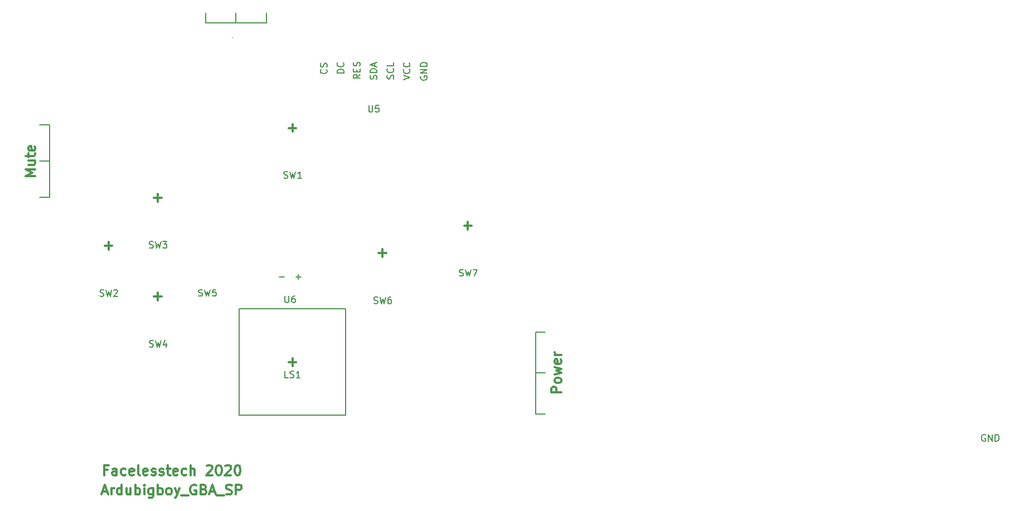
<source format=gbr>
G04 #@! TF.GenerationSoftware,KiCad,Pcbnew,5.0.2+dfsg1-1~bpo9+1*
G04 #@! TF.CreationDate,2021-01-26T10:03:55+00:00*
G04 #@! TF.ProjectId,ardubigboy,61726475-6269-4676-926f-792e6b696361,rev?*
G04 #@! TF.SameCoordinates,Original*
G04 #@! TF.FileFunction,Legend,Top*
G04 #@! TF.FilePolarity,Positive*
%FSLAX46Y46*%
G04 Gerber Fmt 4.6, Leading zero omitted, Abs format (unit mm)*
G04 Created by KiCad (PCBNEW 5.0.2+dfsg1-1~bpo9+1) date Tue 26 Jan 2021 10:03:55 GMT*
%MOMM*%
%LPD*%
G01*
G04 APERTURE LIST*
%ADD10C,0.300000*%
%ADD11C,0.200000*%
%ADD12C,0.150000*%
G04 APERTURE END LIST*
D10*
X65178571Y-122060000D02*
X65892857Y-122060000D01*
X65035714Y-122488571D02*
X65535714Y-120988571D01*
X66035714Y-122488571D01*
X66535714Y-122488571D02*
X66535714Y-121488571D01*
X66535714Y-121774285D02*
X66607142Y-121631428D01*
X66678571Y-121560000D01*
X66821428Y-121488571D01*
X66964285Y-121488571D01*
X68107142Y-122488571D02*
X68107142Y-120988571D01*
X68107142Y-122417142D02*
X67964285Y-122488571D01*
X67678571Y-122488571D01*
X67535714Y-122417142D01*
X67464285Y-122345714D01*
X67392857Y-122202857D01*
X67392857Y-121774285D01*
X67464285Y-121631428D01*
X67535714Y-121560000D01*
X67678571Y-121488571D01*
X67964285Y-121488571D01*
X68107142Y-121560000D01*
X69464285Y-121488571D02*
X69464285Y-122488571D01*
X68821428Y-121488571D02*
X68821428Y-122274285D01*
X68892857Y-122417142D01*
X69035714Y-122488571D01*
X69250000Y-122488571D01*
X69392857Y-122417142D01*
X69464285Y-122345714D01*
X70178571Y-122488571D02*
X70178571Y-120988571D01*
X70178571Y-121560000D02*
X70321428Y-121488571D01*
X70607142Y-121488571D01*
X70750000Y-121560000D01*
X70821428Y-121631428D01*
X70892857Y-121774285D01*
X70892857Y-122202857D01*
X70821428Y-122345714D01*
X70750000Y-122417142D01*
X70607142Y-122488571D01*
X70321428Y-122488571D01*
X70178571Y-122417142D01*
X71535714Y-122488571D02*
X71535714Y-121488571D01*
X71535714Y-120988571D02*
X71464285Y-121060000D01*
X71535714Y-121131428D01*
X71607142Y-121060000D01*
X71535714Y-120988571D01*
X71535714Y-121131428D01*
X72892857Y-121488571D02*
X72892857Y-122702857D01*
X72821428Y-122845714D01*
X72750000Y-122917142D01*
X72607142Y-122988571D01*
X72392857Y-122988571D01*
X72250000Y-122917142D01*
X72892857Y-122417142D02*
X72750000Y-122488571D01*
X72464285Y-122488571D01*
X72321428Y-122417142D01*
X72250000Y-122345714D01*
X72178571Y-122202857D01*
X72178571Y-121774285D01*
X72250000Y-121631428D01*
X72321428Y-121560000D01*
X72464285Y-121488571D01*
X72750000Y-121488571D01*
X72892857Y-121560000D01*
X73607142Y-122488571D02*
X73607142Y-120988571D01*
X73607142Y-121560000D02*
X73750000Y-121488571D01*
X74035714Y-121488571D01*
X74178571Y-121560000D01*
X74250000Y-121631428D01*
X74321428Y-121774285D01*
X74321428Y-122202857D01*
X74250000Y-122345714D01*
X74178571Y-122417142D01*
X74035714Y-122488571D01*
X73750000Y-122488571D01*
X73607142Y-122417142D01*
X75178571Y-122488571D02*
X75035714Y-122417142D01*
X74964285Y-122345714D01*
X74892857Y-122202857D01*
X74892857Y-121774285D01*
X74964285Y-121631428D01*
X75035714Y-121560000D01*
X75178571Y-121488571D01*
X75392857Y-121488571D01*
X75535714Y-121560000D01*
X75607142Y-121631428D01*
X75678571Y-121774285D01*
X75678571Y-122202857D01*
X75607142Y-122345714D01*
X75535714Y-122417142D01*
X75392857Y-122488571D01*
X75178571Y-122488571D01*
X76178571Y-121488571D02*
X76535714Y-122488571D01*
X76892857Y-121488571D02*
X76535714Y-122488571D01*
X76392857Y-122845714D01*
X76321428Y-122917142D01*
X76178571Y-122988571D01*
X77107142Y-122631428D02*
X78250000Y-122631428D01*
X79392857Y-121060000D02*
X79250000Y-120988571D01*
X79035714Y-120988571D01*
X78821428Y-121060000D01*
X78678571Y-121202857D01*
X78607142Y-121345714D01*
X78535714Y-121631428D01*
X78535714Y-121845714D01*
X78607142Y-122131428D01*
X78678571Y-122274285D01*
X78821428Y-122417142D01*
X79035714Y-122488571D01*
X79178571Y-122488571D01*
X79392857Y-122417142D01*
X79464285Y-122345714D01*
X79464285Y-121845714D01*
X79178571Y-121845714D01*
X80607142Y-121702857D02*
X80821428Y-121774285D01*
X80892857Y-121845714D01*
X80964285Y-121988571D01*
X80964285Y-122202857D01*
X80892857Y-122345714D01*
X80821428Y-122417142D01*
X80678571Y-122488571D01*
X80107142Y-122488571D01*
X80107142Y-120988571D01*
X80607142Y-120988571D01*
X80750000Y-121060000D01*
X80821428Y-121131428D01*
X80892857Y-121274285D01*
X80892857Y-121417142D01*
X80821428Y-121560000D01*
X80750000Y-121631428D01*
X80607142Y-121702857D01*
X80107142Y-121702857D01*
X81535714Y-122060000D02*
X82250000Y-122060000D01*
X81392857Y-122488571D02*
X81892857Y-120988571D01*
X82392857Y-122488571D01*
X82535714Y-122631428D02*
X83678571Y-122631428D01*
X83964285Y-122417142D02*
X84178571Y-122488571D01*
X84535714Y-122488571D01*
X84678571Y-122417142D01*
X84750000Y-122345714D01*
X84821428Y-122202857D01*
X84821428Y-122060000D01*
X84750000Y-121917142D01*
X84678571Y-121845714D01*
X84535714Y-121774285D01*
X84250000Y-121702857D01*
X84107142Y-121631428D01*
X84035714Y-121560000D01*
X83964285Y-121417142D01*
X83964285Y-121274285D01*
X84035714Y-121131428D01*
X84107142Y-121060000D01*
X84250000Y-120988571D01*
X84607142Y-120988571D01*
X84821428Y-121060000D01*
X85464285Y-122488571D02*
X85464285Y-120988571D01*
X86035714Y-120988571D01*
X86178571Y-121060000D01*
X86250000Y-121131428D01*
X86321428Y-121274285D01*
X86321428Y-121488571D01*
X86250000Y-121631428D01*
X86178571Y-121702857D01*
X86035714Y-121774285D01*
X85464285Y-121774285D01*
X65928571Y-118742857D02*
X65428571Y-118742857D01*
X65428571Y-119528571D02*
X65428571Y-118028571D01*
X66142857Y-118028571D01*
X67357142Y-119528571D02*
X67357142Y-118742857D01*
X67285714Y-118600000D01*
X67142857Y-118528571D01*
X66857142Y-118528571D01*
X66714285Y-118600000D01*
X67357142Y-119457142D02*
X67214285Y-119528571D01*
X66857142Y-119528571D01*
X66714285Y-119457142D01*
X66642857Y-119314285D01*
X66642857Y-119171428D01*
X66714285Y-119028571D01*
X66857142Y-118957142D01*
X67214285Y-118957142D01*
X67357142Y-118885714D01*
X68714285Y-119457142D02*
X68571428Y-119528571D01*
X68285714Y-119528571D01*
X68142857Y-119457142D01*
X68071428Y-119385714D01*
X68000000Y-119242857D01*
X68000000Y-118814285D01*
X68071428Y-118671428D01*
X68142857Y-118600000D01*
X68285714Y-118528571D01*
X68571428Y-118528571D01*
X68714285Y-118600000D01*
X69928571Y-119457142D02*
X69785714Y-119528571D01*
X69500000Y-119528571D01*
X69357142Y-119457142D01*
X69285714Y-119314285D01*
X69285714Y-118742857D01*
X69357142Y-118600000D01*
X69500000Y-118528571D01*
X69785714Y-118528571D01*
X69928571Y-118600000D01*
X70000000Y-118742857D01*
X70000000Y-118885714D01*
X69285714Y-119028571D01*
X70857142Y-119528571D02*
X70714285Y-119457142D01*
X70642857Y-119314285D01*
X70642857Y-118028571D01*
X72000000Y-119457142D02*
X71857142Y-119528571D01*
X71571428Y-119528571D01*
X71428571Y-119457142D01*
X71357142Y-119314285D01*
X71357142Y-118742857D01*
X71428571Y-118600000D01*
X71571428Y-118528571D01*
X71857142Y-118528571D01*
X72000000Y-118600000D01*
X72071428Y-118742857D01*
X72071428Y-118885714D01*
X71357142Y-119028571D01*
X72642857Y-119457142D02*
X72785714Y-119528571D01*
X73071428Y-119528571D01*
X73214285Y-119457142D01*
X73285714Y-119314285D01*
X73285714Y-119242857D01*
X73214285Y-119100000D01*
X73071428Y-119028571D01*
X72857142Y-119028571D01*
X72714285Y-118957142D01*
X72642857Y-118814285D01*
X72642857Y-118742857D01*
X72714285Y-118600000D01*
X72857142Y-118528571D01*
X73071428Y-118528571D01*
X73214285Y-118600000D01*
X73857142Y-119457142D02*
X74000000Y-119528571D01*
X74285714Y-119528571D01*
X74428571Y-119457142D01*
X74500000Y-119314285D01*
X74500000Y-119242857D01*
X74428571Y-119100000D01*
X74285714Y-119028571D01*
X74071428Y-119028571D01*
X73928571Y-118957142D01*
X73857142Y-118814285D01*
X73857142Y-118742857D01*
X73928571Y-118600000D01*
X74071428Y-118528571D01*
X74285714Y-118528571D01*
X74428571Y-118600000D01*
X74928571Y-118528571D02*
X75500000Y-118528571D01*
X75142857Y-118028571D02*
X75142857Y-119314285D01*
X75214285Y-119457142D01*
X75357142Y-119528571D01*
X75500000Y-119528571D01*
X76571428Y-119457142D02*
X76428571Y-119528571D01*
X76142857Y-119528571D01*
X76000000Y-119457142D01*
X75928571Y-119314285D01*
X75928571Y-118742857D01*
X76000000Y-118600000D01*
X76142857Y-118528571D01*
X76428571Y-118528571D01*
X76571428Y-118600000D01*
X76642857Y-118742857D01*
X76642857Y-118885714D01*
X75928571Y-119028571D01*
X77928571Y-119457142D02*
X77785714Y-119528571D01*
X77500000Y-119528571D01*
X77357142Y-119457142D01*
X77285714Y-119385714D01*
X77214285Y-119242857D01*
X77214285Y-118814285D01*
X77285714Y-118671428D01*
X77357142Y-118600000D01*
X77500000Y-118528571D01*
X77785714Y-118528571D01*
X77928571Y-118600000D01*
X78571428Y-119528571D02*
X78571428Y-118028571D01*
X79214285Y-119528571D02*
X79214285Y-118742857D01*
X79142857Y-118600000D01*
X79000000Y-118528571D01*
X78785714Y-118528571D01*
X78642857Y-118600000D01*
X78571428Y-118671428D01*
X81000000Y-118171428D02*
X81071428Y-118100000D01*
X81214285Y-118028571D01*
X81571428Y-118028571D01*
X81714285Y-118100000D01*
X81785714Y-118171428D01*
X81857142Y-118314285D01*
X81857142Y-118457142D01*
X81785714Y-118671428D01*
X80928571Y-119528571D01*
X81857142Y-119528571D01*
X82785714Y-118028571D02*
X82928571Y-118028571D01*
X83071428Y-118100000D01*
X83142857Y-118171428D01*
X83214285Y-118314285D01*
X83285714Y-118600000D01*
X83285714Y-118957142D01*
X83214285Y-119242857D01*
X83142857Y-119385714D01*
X83071428Y-119457142D01*
X82928571Y-119528571D01*
X82785714Y-119528571D01*
X82642857Y-119457142D01*
X82571428Y-119385714D01*
X82500000Y-119242857D01*
X82428571Y-118957142D01*
X82428571Y-118600000D01*
X82500000Y-118314285D01*
X82571428Y-118171428D01*
X82642857Y-118100000D01*
X82785714Y-118028571D01*
X83857142Y-118171428D02*
X83928571Y-118100000D01*
X84071428Y-118028571D01*
X84428571Y-118028571D01*
X84571428Y-118100000D01*
X84642857Y-118171428D01*
X84714285Y-118314285D01*
X84714285Y-118457142D01*
X84642857Y-118671428D01*
X83785714Y-119528571D01*
X84714285Y-119528571D01*
X85642857Y-118028571D02*
X85785714Y-118028571D01*
X85928571Y-118100000D01*
X86000000Y-118171428D01*
X86071428Y-118314285D01*
X86142857Y-118600000D01*
X86142857Y-118957142D01*
X86071428Y-119242857D01*
X86000000Y-119385714D01*
X85928571Y-119457142D01*
X85785714Y-119528571D01*
X85642857Y-119528571D01*
X85500000Y-119457142D01*
X85428571Y-119385714D01*
X85357142Y-119242857D01*
X85285714Y-118957142D01*
X85285714Y-118600000D01*
X85357142Y-118314285D01*
X85428571Y-118171428D01*
X85500000Y-118100000D01*
X85642857Y-118028571D01*
X120128571Y-81657142D02*
X121271428Y-81657142D01*
X120700000Y-82228571D02*
X120700000Y-81085714D01*
D11*
X64640000Y-92260000D02*
X64590000Y-92260000D01*
X85470000Y-49300000D02*
X85470000Y-50830000D01*
X80850000Y-50820000D02*
X90100000Y-50820000D01*
X90100000Y-50780000D02*
X90100000Y-49320000D01*
X80850000Y-49290000D02*
X80850000Y-50830000D01*
D10*
X93478571Y-102367142D02*
X94621428Y-102367142D01*
X94050000Y-102938571D02*
X94050000Y-101795714D01*
X93478571Y-66787142D02*
X94621428Y-66787142D01*
X94050000Y-67358571D02*
X94050000Y-66215714D01*
X54978571Y-74100000D02*
X53478571Y-74100000D01*
X54550000Y-73600000D01*
X53478571Y-73100000D01*
X54978571Y-73100000D01*
X53978571Y-71742857D02*
X54978571Y-71742857D01*
X53978571Y-72385714D02*
X54764285Y-72385714D01*
X54907142Y-72314285D01*
X54978571Y-72171428D01*
X54978571Y-71957142D01*
X54907142Y-71814285D01*
X54835714Y-71742857D01*
X53978571Y-71242857D02*
X53978571Y-70671428D01*
X53478571Y-71028571D02*
X54764285Y-71028571D01*
X54907142Y-70957142D01*
X54978571Y-70814285D01*
X54978571Y-70671428D01*
X54907142Y-69600000D02*
X54978571Y-69742857D01*
X54978571Y-70028571D01*
X54907142Y-70171428D01*
X54764285Y-70242857D01*
X54192857Y-70242857D01*
X54050000Y-70171428D01*
X53978571Y-70028571D01*
X53978571Y-69742857D01*
X54050000Y-69600000D01*
X54192857Y-69528571D01*
X54335714Y-69528571D01*
X54478571Y-70242857D01*
X134853571Y-106964285D02*
X133353571Y-106964285D01*
X133353571Y-106392857D01*
X133425000Y-106250000D01*
X133496428Y-106178571D01*
X133639285Y-106107142D01*
X133853571Y-106107142D01*
X133996428Y-106178571D01*
X134067857Y-106250000D01*
X134139285Y-106392857D01*
X134139285Y-106964285D01*
X134853571Y-105250000D02*
X134782142Y-105392857D01*
X134710714Y-105464285D01*
X134567857Y-105535714D01*
X134139285Y-105535714D01*
X133996428Y-105464285D01*
X133925000Y-105392857D01*
X133853571Y-105250000D01*
X133853571Y-105035714D01*
X133925000Y-104892857D01*
X133996428Y-104821428D01*
X134139285Y-104750000D01*
X134567857Y-104750000D01*
X134710714Y-104821428D01*
X134782142Y-104892857D01*
X134853571Y-105035714D01*
X134853571Y-105250000D01*
X133853571Y-104250000D02*
X134853571Y-103964285D01*
X134139285Y-103678571D01*
X134853571Y-103392857D01*
X133853571Y-103107142D01*
X134782142Y-101964285D02*
X134853571Y-102107142D01*
X134853571Y-102392857D01*
X134782142Y-102535714D01*
X134639285Y-102607142D01*
X134067857Y-102607142D01*
X133925000Y-102535714D01*
X133853571Y-102392857D01*
X133853571Y-102107142D01*
X133925000Y-101964285D01*
X134067857Y-101892857D01*
X134210714Y-101892857D01*
X134353571Y-102607142D01*
X134853571Y-101250000D02*
X133853571Y-101250000D01*
X134139285Y-101250000D02*
X133996428Y-101178571D01*
X133925000Y-101107142D01*
X133853571Y-100964285D01*
X133853571Y-100821428D01*
D11*
X132450000Y-104025000D02*
X130975000Y-104025000D01*
X55650000Y-71850000D02*
X57200000Y-71850000D01*
X130950000Y-97800000D02*
X132450000Y-97800000D01*
X130950000Y-110250000D02*
X130950000Y-97800000D01*
X132450000Y-110250000D02*
X130950000Y-110250000D01*
X57200000Y-66350000D02*
X55600000Y-66350000D01*
X57200000Y-77350000D02*
X57200000Y-66350000D01*
X55600000Y-77350000D02*
X57200000Y-77350000D01*
D10*
X107128571Y-85807142D02*
X108271428Y-85807142D01*
X107700000Y-86378571D02*
X107700000Y-85235714D01*
X73028571Y-92407142D02*
X74171428Y-92407142D01*
X73600000Y-92978571D02*
X73600000Y-91835714D01*
X73028571Y-77407142D02*
X74171428Y-77407142D01*
X73600000Y-77978571D02*
X73600000Y-76835714D01*
X65528571Y-84707142D02*
X66671428Y-84707142D01*
X66100000Y-85278571D02*
X66100000Y-84135714D01*
D12*
G04 #@! TO.C,U5*
X84896360Y-53050000D02*
X84901440Y-53050000D01*
G04 #@! TO.C,LS1*
X94050000Y-94295500D02*
X102114500Y-94295500D01*
X102114500Y-94295500D02*
X102114500Y-110424500D01*
X102114500Y-110424500D02*
X85985500Y-110424500D01*
X85985500Y-110424500D02*
X85985500Y-94295500D01*
X85985500Y-94295500D02*
X94050000Y-94295500D01*
G04 #@! TO.C,*
X199273495Y-113415720D02*
X199178257Y-113368100D01*
X199035400Y-113368100D01*
X198892542Y-113415720D01*
X198797304Y-113510958D01*
X198749685Y-113606196D01*
X198702066Y-113796672D01*
X198702066Y-113939529D01*
X198749685Y-114130005D01*
X198797304Y-114225243D01*
X198892542Y-114320481D01*
X199035400Y-114368100D01*
X199130638Y-114368100D01*
X199273495Y-114320481D01*
X199321114Y-114272862D01*
X199321114Y-113939529D01*
X199130638Y-113939529D01*
X199749685Y-114368100D02*
X199749685Y-113368100D01*
X200321114Y-114368100D01*
X200321114Y-113368100D01*
X200797304Y-114368100D02*
X200797304Y-113368100D01*
X201035400Y-113368100D01*
X201178257Y-113415720D01*
X201273495Y-113510958D01*
X201321114Y-113606196D01*
X201368733Y-113796672D01*
X201368733Y-113939529D01*
X201321114Y-114130005D01*
X201273495Y-114225243D01*
X201178257Y-114320481D01*
X201035400Y-114368100D01*
X200797304Y-114368100D01*
G04 #@! TO.C,U5*
X105638095Y-63363420D02*
X105638095Y-64172944D01*
X105685714Y-64268182D01*
X105733333Y-64315801D01*
X105828571Y-64363420D01*
X106019047Y-64363420D01*
X106114285Y-64315801D01*
X106161904Y-64268182D01*
X106209523Y-64172944D01*
X106209523Y-63363420D01*
X107161904Y-63363420D02*
X106685714Y-63363420D01*
X106638095Y-63839611D01*
X106685714Y-63791992D01*
X106780952Y-63744373D01*
X107019047Y-63744373D01*
X107114285Y-63791992D01*
X107161904Y-63839611D01*
X107209523Y-63934849D01*
X107209523Y-64172944D01*
X107161904Y-64268182D01*
X107114285Y-64315801D01*
X107019047Y-64363420D01*
X106780952Y-64363420D01*
X106685714Y-64315801D01*
X106638095Y-64268182D01*
X113545400Y-58937624D02*
X113497780Y-59032862D01*
X113497780Y-59175720D01*
X113545400Y-59318577D01*
X113640638Y-59413815D01*
X113735876Y-59461434D01*
X113926352Y-59509053D01*
X114069209Y-59509053D01*
X114259685Y-59461434D01*
X114354923Y-59413815D01*
X114450161Y-59318577D01*
X114497780Y-59175720D01*
X114497780Y-59080481D01*
X114450161Y-58937624D01*
X114402542Y-58890005D01*
X114069209Y-58890005D01*
X114069209Y-59080481D01*
X114497780Y-58461434D02*
X113497780Y-58461434D01*
X114497780Y-57890005D01*
X113497780Y-57890005D01*
X114497780Y-57413815D02*
X113497780Y-57413815D01*
X113497780Y-57175720D01*
X113545400Y-57032862D01*
X113640638Y-56937624D01*
X113735876Y-56890005D01*
X113926352Y-56842386D01*
X114069209Y-56842386D01*
X114259685Y-56890005D01*
X114354923Y-56937624D01*
X114450161Y-57032862D01*
X114497780Y-57175720D01*
X114497780Y-57413815D01*
X110891740Y-59448093D02*
X111891740Y-59114760D01*
X110891740Y-58781426D01*
X111796502Y-57876664D02*
X111844121Y-57924283D01*
X111891740Y-58067140D01*
X111891740Y-58162379D01*
X111844121Y-58305236D01*
X111748883Y-58400474D01*
X111653645Y-58448093D01*
X111463169Y-58495712D01*
X111320312Y-58495712D01*
X111129836Y-58448093D01*
X111034598Y-58400474D01*
X110939360Y-58305236D01*
X110891740Y-58162379D01*
X110891740Y-58067140D01*
X110939360Y-57924283D01*
X110986979Y-57876664D01*
X111796502Y-56876664D02*
X111844121Y-56924283D01*
X111891740Y-57067140D01*
X111891740Y-57162379D01*
X111844121Y-57305236D01*
X111748883Y-57400474D01*
X111653645Y-57448093D01*
X111463169Y-57495712D01*
X111320312Y-57495712D01*
X111129836Y-57448093D01*
X111034598Y-57400474D01*
X110939360Y-57305236D01*
X110891740Y-57162379D01*
X110891740Y-57067140D01*
X110939360Y-56924283D01*
X110986979Y-56876664D01*
X109370161Y-59335716D02*
X109417780Y-59192859D01*
X109417780Y-58954763D01*
X109370161Y-58859525D01*
X109322542Y-58811906D01*
X109227304Y-58764287D01*
X109132066Y-58764287D01*
X109036828Y-58811906D01*
X108989209Y-58859525D01*
X108941590Y-58954763D01*
X108893971Y-59145240D01*
X108846352Y-59240478D01*
X108798733Y-59288097D01*
X108703495Y-59335716D01*
X108608257Y-59335716D01*
X108513019Y-59288097D01*
X108465400Y-59240478D01*
X108417780Y-59145240D01*
X108417780Y-58907144D01*
X108465400Y-58764287D01*
X109322542Y-57764287D02*
X109370161Y-57811906D01*
X109417780Y-57954763D01*
X109417780Y-58050001D01*
X109370161Y-58192859D01*
X109274923Y-58288097D01*
X109179685Y-58335716D01*
X108989209Y-58383335D01*
X108846352Y-58383335D01*
X108655876Y-58335716D01*
X108560638Y-58288097D01*
X108465400Y-58192859D01*
X108417780Y-58050001D01*
X108417780Y-57954763D01*
X108465400Y-57811906D01*
X108513019Y-57764287D01*
X109417780Y-56859525D02*
X109417780Y-57335716D01*
X108417780Y-57335716D01*
X106799681Y-59359525D02*
X106847300Y-59216668D01*
X106847300Y-58978573D01*
X106799681Y-58883335D01*
X106752062Y-58835716D01*
X106656824Y-58788097D01*
X106561586Y-58788097D01*
X106466348Y-58835716D01*
X106418729Y-58883335D01*
X106371110Y-58978573D01*
X106323491Y-59169049D01*
X106275872Y-59264287D01*
X106228253Y-59311906D01*
X106133015Y-59359525D01*
X106037777Y-59359525D01*
X105942539Y-59311906D01*
X105894920Y-59264287D01*
X105847300Y-59169049D01*
X105847300Y-58930954D01*
X105894920Y-58788097D01*
X106847300Y-58359525D02*
X105847300Y-58359525D01*
X105847300Y-58121430D01*
X105894920Y-57978573D01*
X105990158Y-57883335D01*
X106085396Y-57835716D01*
X106275872Y-57788097D01*
X106418729Y-57788097D01*
X106609205Y-57835716D01*
X106704443Y-57883335D01*
X106799681Y-57978573D01*
X106847300Y-58121430D01*
X106847300Y-58359525D01*
X106561586Y-57407144D02*
X106561586Y-56930954D01*
X106847300Y-57502382D02*
X105847300Y-57169049D01*
X106847300Y-56835716D01*
X104307300Y-58657607D02*
X103831110Y-58990940D01*
X104307300Y-59229036D02*
X103307300Y-59229036D01*
X103307300Y-58848083D01*
X103354920Y-58752845D01*
X103402539Y-58705226D01*
X103497777Y-58657607D01*
X103640634Y-58657607D01*
X103735872Y-58705226D01*
X103783491Y-58752845D01*
X103831110Y-58848083D01*
X103831110Y-59229036D01*
X103783491Y-58229036D02*
X103783491Y-57895702D01*
X104307300Y-57752845D02*
X104307300Y-58229036D01*
X103307300Y-58229036D01*
X103307300Y-57752845D01*
X104259681Y-57371893D02*
X104307300Y-57229036D01*
X104307300Y-56990940D01*
X104259681Y-56895702D01*
X104212062Y-56848083D01*
X104116824Y-56800464D01*
X104021586Y-56800464D01*
X103926348Y-56848083D01*
X103878729Y-56895702D01*
X103831110Y-56990940D01*
X103783491Y-57181417D01*
X103735872Y-57276655D01*
X103688253Y-57324274D01*
X103593015Y-57371893D01*
X103497777Y-57371893D01*
X103402539Y-57324274D01*
X103354920Y-57276655D01*
X103307300Y-57181417D01*
X103307300Y-56943321D01*
X103354920Y-56800464D01*
X101833340Y-58439784D02*
X100833340Y-58439784D01*
X100833340Y-58201689D01*
X100880960Y-58058832D01*
X100976198Y-57963594D01*
X101071436Y-57915975D01*
X101261912Y-57868356D01*
X101404769Y-57868356D01*
X101595245Y-57915975D01*
X101690483Y-57963594D01*
X101785721Y-58058832D01*
X101833340Y-58201689D01*
X101833340Y-58439784D01*
X101738102Y-56868356D02*
X101785721Y-56915975D01*
X101833340Y-57058832D01*
X101833340Y-57154070D01*
X101785721Y-57296927D01*
X101690483Y-57392165D01*
X101595245Y-57439784D01*
X101404769Y-57487403D01*
X101261912Y-57487403D01*
X101071436Y-57439784D01*
X100976198Y-57392165D01*
X100880960Y-57296927D01*
X100833340Y-57154070D01*
X100833340Y-57058832D01*
X100880960Y-56915975D01*
X100928579Y-56868356D01*
X99193022Y-57905506D02*
X99240641Y-57953125D01*
X99288260Y-58095982D01*
X99288260Y-58191220D01*
X99240641Y-58334078D01*
X99145403Y-58429316D01*
X99050165Y-58476935D01*
X98859689Y-58524554D01*
X98716832Y-58524554D01*
X98526356Y-58476935D01*
X98431118Y-58429316D01*
X98335880Y-58334078D01*
X98288260Y-58191220D01*
X98288260Y-58095982D01*
X98335880Y-57953125D01*
X98383499Y-57905506D01*
X99240641Y-57524554D02*
X99288260Y-57381697D01*
X99288260Y-57143601D01*
X99240641Y-57048363D01*
X99193022Y-57000744D01*
X99097784Y-56953125D01*
X99002546Y-56953125D01*
X98907308Y-57000744D01*
X98859689Y-57048363D01*
X98812070Y-57143601D01*
X98764451Y-57334078D01*
X98716832Y-57429316D01*
X98669213Y-57476935D01*
X98573975Y-57524554D01*
X98478737Y-57524554D01*
X98383499Y-57476935D01*
X98335880Y-57429316D01*
X98288260Y-57334078D01*
X98288260Y-57095982D01*
X98335880Y-56953125D01*
G04 #@! TO.C,LS1*
X93407142Y-104717380D02*
X92930952Y-104717380D01*
X92930952Y-103717380D01*
X93692857Y-104669761D02*
X93835714Y-104717380D01*
X94073809Y-104717380D01*
X94169047Y-104669761D01*
X94216666Y-104622142D01*
X94264285Y-104526904D01*
X94264285Y-104431666D01*
X94216666Y-104336428D01*
X94169047Y-104288809D01*
X94073809Y-104241190D01*
X93883333Y-104193571D01*
X93788095Y-104145952D01*
X93740476Y-104098333D01*
X93692857Y-104003095D01*
X93692857Y-103907857D01*
X93740476Y-103812619D01*
X93788095Y-103765000D01*
X93883333Y-103717380D01*
X94121428Y-103717380D01*
X94264285Y-103765000D01*
X95216666Y-104717380D02*
X94645238Y-104717380D01*
X94930952Y-104717380D02*
X94930952Y-103717380D01*
X94835714Y-103860238D01*
X94740476Y-103955476D01*
X94645238Y-104003095D01*
G04 #@! TO.C,SW2*
X64827306Y-92308041D02*
X64970163Y-92355660D01*
X65208259Y-92355660D01*
X65303497Y-92308041D01*
X65351116Y-92260422D01*
X65398735Y-92165184D01*
X65398735Y-92069946D01*
X65351116Y-91974708D01*
X65303497Y-91927089D01*
X65208259Y-91879470D01*
X65017782Y-91831851D01*
X64922544Y-91784232D01*
X64874925Y-91736613D01*
X64827306Y-91641375D01*
X64827306Y-91546137D01*
X64874925Y-91450899D01*
X64922544Y-91403280D01*
X65017782Y-91355660D01*
X65255878Y-91355660D01*
X65398735Y-91403280D01*
X65732068Y-91355660D02*
X65970163Y-92355660D01*
X66160640Y-91641375D01*
X66351116Y-92355660D01*
X66589211Y-91355660D01*
X66922544Y-91450899D02*
X66970163Y-91403280D01*
X67065401Y-91355660D01*
X67303497Y-91355660D01*
X67398735Y-91403280D01*
X67446354Y-91450899D01*
X67493973Y-91546137D01*
X67493973Y-91641375D01*
X67446354Y-91784232D01*
X66874925Y-92355660D01*
X67493973Y-92355660D01*
G04 #@! TO.C,SW4*
X72317306Y-100008041D02*
X72460163Y-100055660D01*
X72698259Y-100055660D01*
X72793497Y-100008041D01*
X72841116Y-99960422D01*
X72888735Y-99865184D01*
X72888735Y-99769946D01*
X72841116Y-99674708D01*
X72793497Y-99627089D01*
X72698259Y-99579470D01*
X72507782Y-99531851D01*
X72412544Y-99484232D01*
X72364925Y-99436613D01*
X72317306Y-99341375D01*
X72317306Y-99246137D01*
X72364925Y-99150899D01*
X72412544Y-99103280D01*
X72507782Y-99055660D01*
X72745878Y-99055660D01*
X72888735Y-99103280D01*
X73222068Y-99055660D02*
X73460163Y-100055660D01*
X73650640Y-99341375D01*
X73841116Y-100055660D01*
X74079211Y-99055660D01*
X74888735Y-99388994D02*
X74888735Y-100055660D01*
X74650640Y-99008041D02*
X74412544Y-99722327D01*
X75031592Y-99722327D01*
G04 #@! TO.C,SW5*
X79807306Y-92288041D02*
X79950163Y-92335660D01*
X80188259Y-92335660D01*
X80283497Y-92288041D01*
X80331116Y-92240422D01*
X80378735Y-92145184D01*
X80378735Y-92049946D01*
X80331116Y-91954708D01*
X80283497Y-91907089D01*
X80188259Y-91859470D01*
X79997782Y-91811851D01*
X79902544Y-91764232D01*
X79854925Y-91716613D01*
X79807306Y-91621375D01*
X79807306Y-91526137D01*
X79854925Y-91430899D01*
X79902544Y-91383280D01*
X79997782Y-91335660D01*
X80235878Y-91335660D01*
X80378735Y-91383280D01*
X80712068Y-91335660D02*
X80950163Y-92335660D01*
X81140640Y-91621375D01*
X81331116Y-92335660D01*
X81569211Y-91335660D01*
X82426354Y-91335660D02*
X81950163Y-91335660D01*
X81902544Y-91811851D01*
X81950163Y-91764232D01*
X82045401Y-91716613D01*
X82283497Y-91716613D01*
X82378735Y-91764232D01*
X82426354Y-91811851D01*
X82473973Y-91907089D01*
X82473973Y-92145184D01*
X82426354Y-92240422D01*
X82378735Y-92288041D01*
X82283497Y-92335660D01*
X82045401Y-92335660D01*
X81950163Y-92288041D01*
X81902544Y-92240422D01*
G04 #@! TO.C,SW3*
X72307306Y-84988041D02*
X72450163Y-85035660D01*
X72688259Y-85035660D01*
X72783497Y-84988041D01*
X72831116Y-84940422D01*
X72878735Y-84845184D01*
X72878735Y-84749946D01*
X72831116Y-84654708D01*
X72783497Y-84607089D01*
X72688259Y-84559470D01*
X72497782Y-84511851D01*
X72402544Y-84464232D01*
X72354925Y-84416613D01*
X72307306Y-84321375D01*
X72307306Y-84226137D01*
X72354925Y-84130899D01*
X72402544Y-84083280D01*
X72497782Y-84035660D01*
X72735878Y-84035660D01*
X72878735Y-84083280D01*
X73212068Y-84035660D02*
X73450163Y-85035660D01*
X73640640Y-84321375D01*
X73831116Y-85035660D01*
X74069211Y-84035660D01*
X74354925Y-84035660D02*
X74973973Y-84035660D01*
X74640640Y-84416613D01*
X74783497Y-84416613D01*
X74878735Y-84464232D01*
X74926354Y-84511851D01*
X74973973Y-84607089D01*
X74973973Y-84845184D01*
X74926354Y-84940422D01*
X74878735Y-84988041D01*
X74783497Y-85035660D01*
X74497782Y-85035660D01*
X74402544Y-84988041D01*
X74354925Y-84940422D01*
G04 #@! TO.C,SW6*
X106427306Y-93418041D02*
X106570163Y-93465660D01*
X106808259Y-93465660D01*
X106903497Y-93418041D01*
X106951116Y-93370422D01*
X106998735Y-93275184D01*
X106998735Y-93179946D01*
X106951116Y-93084708D01*
X106903497Y-93037089D01*
X106808259Y-92989470D01*
X106617782Y-92941851D01*
X106522544Y-92894232D01*
X106474925Y-92846613D01*
X106427306Y-92751375D01*
X106427306Y-92656137D01*
X106474925Y-92560899D01*
X106522544Y-92513280D01*
X106617782Y-92465660D01*
X106855878Y-92465660D01*
X106998735Y-92513280D01*
X107332068Y-92465660D02*
X107570163Y-93465660D01*
X107760640Y-92751375D01*
X107951116Y-93465660D01*
X108189211Y-92465660D01*
X108998735Y-92465660D02*
X108808259Y-92465660D01*
X108713020Y-92513280D01*
X108665401Y-92560899D01*
X108570163Y-92703756D01*
X108522544Y-92894232D01*
X108522544Y-93275184D01*
X108570163Y-93370422D01*
X108617782Y-93418041D01*
X108713020Y-93465660D01*
X108903497Y-93465660D01*
X108998735Y-93418041D01*
X109046354Y-93370422D01*
X109093973Y-93275184D01*
X109093973Y-93037089D01*
X109046354Y-92941851D01*
X108998735Y-92894232D01*
X108903497Y-92846613D01*
X108713020Y-92846613D01*
X108617782Y-92894232D01*
X108570163Y-92941851D01*
X108522544Y-93037089D01*
G04 #@! TO.C,SW7*
X119417306Y-89248041D02*
X119560163Y-89295660D01*
X119798259Y-89295660D01*
X119893497Y-89248041D01*
X119941116Y-89200422D01*
X119988735Y-89105184D01*
X119988735Y-89009946D01*
X119941116Y-88914708D01*
X119893497Y-88867089D01*
X119798259Y-88819470D01*
X119607782Y-88771851D01*
X119512544Y-88724232D01*
X119464925Y-88676613D01*
X119417306Y-88581375D01*
X119417306Y-88486137D01*
X119464925Y-88390899D01*
X119512544Y-88343280D01*
X119607782Y-88295660D01*
X119845878Y-88295660D01*
X119988735Y-88343280D01*
X120322068Y-88295660D02*
X120560163Y-89295660D01*
X120750640Y-88581375D01*
X120941116Y-89295660D01*
X121179211Y-88295660D01*
X121464925Y-88295660D02*
X122131592Y-88295660D01*
X121703020Y-89295660D01*
G04 #@! TO.C,SW1*
X92757306Y-74368041D02*
X92900163Y-74415660D01*
X93138259Y-74415660D01*
X93233497Y-74368041D01*
X93281116Y-74320422D01*
X93328735Y-74225184D01*
X93328735Y-74129946D01*
X93281116Y-74034708D01*
X93233497Y-73987089D01*
X93138259Y-73939470D01*
X92947782Y-73891851D01*
X92852544Y-73844232D01*
X92804925Y-73796613D01*
X92757306Y-73701375D01*
X92757306Y-73606137D01*
X92804925Y-73510899D01*
X92852544Y-73463280D01*
X92947782Y-73415660D01*
X93185878Y-73415660D01*
X93328735Y-73463280D01*
X93662068Y-73415660D02*
X93900163Y-74415660D01*
X94090640Y-73701375D01*
X94281116Y-74415660D01*
X94519211Y-73415660D01*
X95423973Y-74415660D02*
X94852544Y-74415660D01*
X95138259Y-74415660D02*
X95138259Y-73415660D01*
X95043020Y-73558518D01*
X94947782Y-73653756D01*
X94852544Y-73701375D01*
G04 #@! TO.C,U6*
X92928095Y-92314540D02*
X92928095Y-93124064D01*
X92975714Y-93219302D01*
X93023333Y-93266921D01*
X93118571Y-93314540D01*
X93309047Y-93314540D01*
X93404285Y-93266921D01*
X93451904Y-93219302D01*
X93499523Y-93124064D01*
X93499523Y-92314540D01*
X94404285Y-92314540D02*
X94213809Y-92314540D01*
X94118571Y-92362160D01*
X94070952Y-92409779D01*
X93975714Y-92552636D01*
X93928095Y-92743112D01*
X93928095Y-93124064D01*
X93975714Y-93219302D01*
X94023333Y-93266921D01*
X94118571Y-93314540D01*
X94309047Y-93314540D01*
X94404285Y-93266921D01*
X94451904Y-93219302D01*
X94499523Y-93124064D01*
X94499523Y-92885969D01*
X94451904Y-92790731D01*
X94404285Y-92743112D01*
X94309047Y-92695493D01*
X94118571Y-92695493D01*
X94023333Y-92743112D01*
X93975714Y-92790731D01*
X93928095Y-92885969D01*
X92039047Y-89408068D02*
X92800952Y-89408068D01*
X94573967Y-89408068D02*
X95335872Y-89408068D01*
X94954920Y-89789020D02*
X94954920Y-89027116D01*
G04 #@! TD*
M02*

</source>
